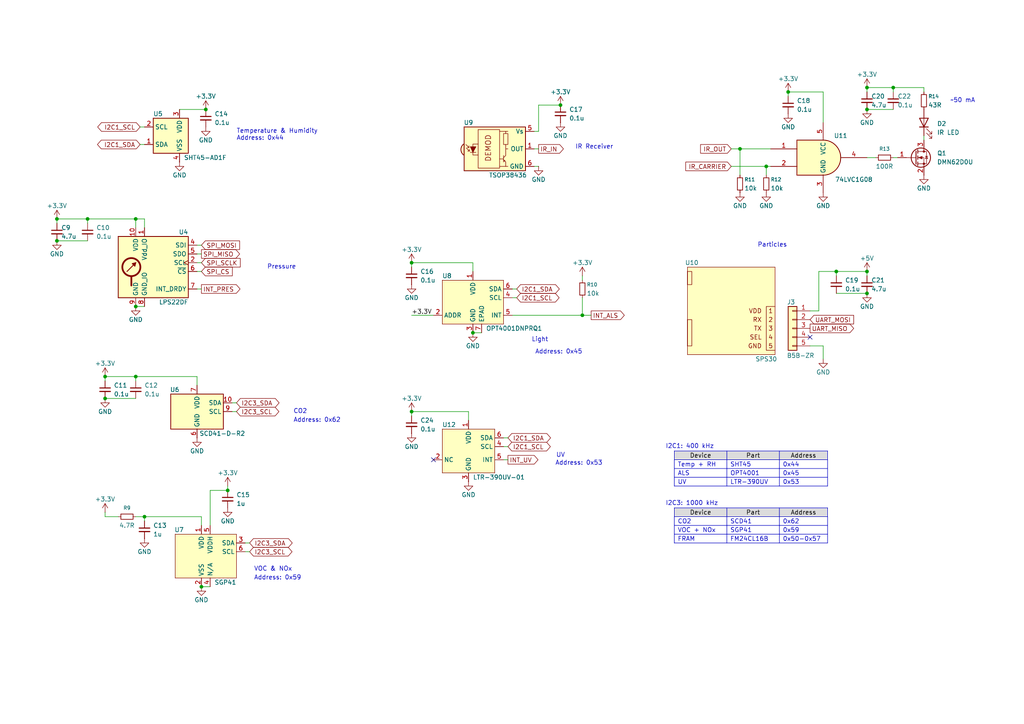
<source format=kicad_sch>
(kicad_sch (version 20250114) (generator "eeschema") (generator_version "9.0")
  (paper "A4")
  (lib_symbols
    (symbol "74xGxx:74LVC1G08"
      (property "Reference" "U" (at -5.08 7.62 0))
      (property "Value" "74LVC1G08" (at 7.62 -7.62 0))
      (symbol "74LVC1G08_0_1"
        (arc (start 0 5.08) (mid 5.0579 0) (end 0 -5.08) (stroke (width 0.254)) (fill (type background)))
        (polyline (pts (xy 0 -5.08) (xy -7.62 -5.08) (xy -7.62 5.08) (xy 0 5.08)) (stroke (width 0.254)) (fill (type background)))
      )
      (symbol "74LVC1G08_1_1"
        (pin input line (at -15.24 2.54 0) (length 7.62) (name "~") (number "1"))
        (pin input line (at -15.24 -2.54 0) (length 7.62) (name "~") (number "2"))
        (pin power_in line (at 0 10.16 270) (length 5.08) (name "VCC") (number "5"))
        (pin power_in line (at 0 -10.16 90) (length 5.08) (name "GND") (number "3"))
        (pin output line (at 12.7 0 180) (length 7.62) (name "~") (number "4"))
      )
    )
    (symbol "Connector_Generic:Conn_01x05" (pin_names (offset 1.016) (hide yes))
      (property "Reference" "J" (at 0 7.62 0))
      (property "Value" "Conn_01x05" (at 0 -7.62 0))
      (symbol "Conn_01x05_1_1"
        (rectangle (start -1.27 6.35) (end 1.27 -6.35) (stroke (width 0.254)) (fill (type background)))
        (rectangle (start -1.27 5.207) (end 0 4.953) (stroke (width 0.1524)))
        (rectangle (start -1.27 2.667) (end 0 2.413) (stroke (width 0.1524)))
        (rectangle (start -1.27 0.127) (end 0 -0.127) (stroke (width 0.1524)))
        (rectangle (start -1.27 -2.413) (end 0 -2.667) (stroke (width 0.1524)))
        (rectangle (start -1.27 -4.953) (end 0 -5.207) (stroke (width 0.1524)))
        (pin passive line (at -5.08 5.08 0) (length 3.81) (name "Pin_1") (number "1"))
        (pin passive line (at -5.08 2.54 0) (length 3.81) (name "Pin_2") (number "2"))
        (pin passive line (at -5.08 0 0) (length 3.81) (name "Pin_3") (number "3"))
        (pin passive line (at -5.08 -2.54 0) (length 3.81) (name "Pin_4") (number "4"))
        (pin passive line (at -5.08 -5.08 0) (length 3.81) (name "Pin_5") (number "5"))
      )
    )
    (symbol "DWlib:LTR-390UV-01"
      (property "Reference" "U" (at -7.62 7.62 0))
      (property "Value" "LTR-390UV-01" (at 0 0 0))
      (symbol "LTR-390UV-01_1_1"
        (rectangle (start -7.62 6.35) (end 7.62 -6.35) (fill (type background)))
        (pin passive line (at -10.16 -2.54 0) (length 2.54) (name "NC") (number "2"))
        (pin power_in line (at 0 8.89 270) (length 2.54) (name "VDD") (number "1"))
        (pin power_in line (at 0 -8.89 90) (length 2.54) (name "GND") (number "3"))
        (pin open_collector line (at 10.16 3.81 180) (length 2.54) (name "SDA") (number "6"))
        (pin open_collector line (at 10.16 1.27 180) (length 2.54) (name "SCL") (number "4"))
        (pin output line (at 10.16 -2.54 180) (length 2.54) (name "INT") (number "5"))
      )
    )
    (symbol "DWlib:OPT4001DNPRQ1"
      (property "Reference" "U" (at -8.382 7.366 0))
      (property "Value" "OPT4001DNPRQ1" (at 3.048 -7.62 0))
      (symbol "OPT4001DNPRQ1_1_1"
        (rectangle (start -8.89 6.35) (end 8.89 -6.35) (fill (type background)))
        (pin passive line (at -11.43 -3.81 0) (length 2.54) (name "ADDR") (number "2"))
        (pin power_in line (at 0 8.89 270) (length 2.54) (name "VDD") (number "1"))
        (pin power_in line (at 0 -8.89 90) (length 2.54) (name "GND") (number "3"))
        (pin passive line (at 2.54 -8.89 90) (length 2.54) (name "EPAD") (number "7"))
        (pin bidirectional line (at 11.43 3.81 180) (length 2.54) (name "SDA") (number "6"))
        (pin bidirectional line (at 11.43 1.27 180) (length 2.54) (name "SCL") (number "4"))
        (pin bidirectional line (at 11.43 -3.81 180) (length 2.54) (name "INT") (number "5"))
      )
    )
    (symbol "DWlib:SGP41"
      (property "Reference" "U" (at -8.382 7.366 0))
      (property "Value" "SGP41" (at 6.096 7.366 0))
      (symbol "SGP41_1_1"
        (rectangle (start -8.89 6.35) (end 8.89 -6.35) (fill (type background)))
        (pin power_in line (at -1.27 8.89 270) (length 2.54) (name "VDD") (number "1"))
        (pin power_in line (at -1.27 -8.89 90) (length 2.54) (name "VSS") (number "2"))
        (pin power_in line (at 1.27 8.89 270) (length 2.54) (name "VDDH") (number "5"))
        (pin passive line (at 1.27 -8.89 90) (length 2.54) (name "N/A") (number "4"))
        (pin bidirectional line (at 11.43 3.81 180) (length 2.54) (name "SDA") (number "3"))
        (pin bidirectional line (at 11.43 1.27 180) (length 2.54) (name "SCL") (number "6"))
      )
    )
    (symbol "DWlib:SPS30"
      (property "Reference" "U" (at -12.192 13.716 0))
      (property "Value" "SPS30" (at 9.906 13.716 0))
      (symbol "SPS30_0_1"
        (polyline (pts (xy 12.7 1.27) (xy 10.16 1.27) (xy 10.16 -11.43) (xy 12.7 -11.43)))
      )
      (symbol "SPS30_1_1"
        (rectangle (start -12.7 12.7) (end 12.7 -12.7) (fill (type background)))
        (rectangle (start -12.7 7.62) (end -11.43 11.43))
        (rectangle (start -12.7 -10.16) (end -11.43 -2.54))
        (text "VDD" (at 8.89 0 0) (effects (font (size 1.27 1.27)) (justify right)))
        (text "RX" (at 8.89 -2.54 0) (effects (font (size 1.27 1.27)) (justify right)))
        (text "TX" (at 8.89 -5.08 0) (effects (font (size 1.27 1.27)) (justify right)))
        (text "SEL" (at 8.89 -7.62 0) (effects (font (size 1.27 1.27)) (justify right)))
        (text "GND" (at 8.89 -10.16 0) (effects (font (size 1.27 1.27)) (justify right)))
        (text "1" (at 11.43 0 0) (effects (font (size 1.27 1.27))))
        (text "2" (at 11.43 -2.54 0) (effects (font (size 1.27 1.27))))
        (text "3" (at 11.43 -5.08 0) (effects (font (size 1.27 1.27))))
        (text "4" (at 11.43 -7.62 0) (effects (font (size 1.27 1.27))))
        (text "5" (at 11.43 -10.16 0) (effects (font (size 1.27 1.27))))
      )
    )
    (symbol "DWlib:TSOP374xx"
      (property "Reference" "U" (at -10.16 7.62 0))
      (property "Value" "TSOP374xx" (at -10.16 -7.62 0))
      (symbol "TSOP374xx_0_0"
        (arc (start -10.287 -1.778) (mid -11.0899 -0.1905) (end -10.287 1.397) (stroke (width 0.254)) (fill (type background)))
        (polyline (pts (xy 1.905 5.08) (xy 0.127 5.08)))
        (polyline (pts (xy 1.905 -5.08) (xy 0.127 -5.08)))
        (text "DEMOD" (at -3.175 0.254 900) (effects (font (size 1.524 1.524))))
      )
      (symbol "TSOP374xx_0_1"
        (polyline (pts (xy -8.763 0.381) (xy -9.652 1.27)))
        (polyline (pts (xy -8.763 0.381) (xy -9.271 0.381)))
        (polyline (pts (xy -8.763 0.381) (xy -8.763 0.889)))
        (polyline (pts (xy -8.636 -0.635) (xy -9.525 0.254)))
        (polyline (pts (xy -8.636 -0.635) (xy -9.144 -0.635)))
        (polyline (pts (xy -8.636 -0.635) (xy -8.636 -0.127)))
        (polyline (pts (xy -8.382 0.635) (xy -6.731 0.635) (xy -7.62 -1.016) (xy -8.382 0.635)) (fill (type outline)))
        (polyline (pts (xy -8.382 -1.016) (xy -6.731 -1.016)))
        (rectangle (start -6.096 5.588) (end 0.127 -5.588))
        (polyline (pts (xy -6.096 1.397) (xy -7.62 1.397) (xy -7.62 -1.778) (xy -6.096 -1.778)))
        (polyline (pts (xy 1.27 -1.905) (xy 1.27 -3.81)))
        (polyline (pts (xy 1.27 -2.54) (xy 1.905 -1.905) (xy 1.905 0) (xy 2.54 0)))
        (polyline (pts (xy 1.27 -2.921) (xy 0.127 -2.921)))
        (polyline (pts (xy 1.27 -3.175) (xy 1.905 -3.81) (xy 1.905 -5.08) (xy 2.54 -5.08)))
        (polyline (pts (xy 1.397 -3.556) (xy 1.524 -3.556)))
        (polyline (pts (xy 1.651 -3.556) (xy 1.524 -3.556)))
        (polyline (pts (xy 1.651 -3.556) (xy 1.651 -3.302)))
        (polyline (pts (xy 1.905 4.445) (xy 1.905 5.08) (xy 2.54 5.08)))
        (polyline (pts (xy 1.905 0) (xy 1.905 1.27)))
        (rectangle (start 2.54 1.27) (end 1.27 4.445))
        (rectangle (start 7.62 6.35) (end -10.16 -6.35) (stroke (width 0.254)) (fill (type background)))
      )
      (symbol "TSOP374xx_1_1"
        (pin power_in line (at 10.16 5.08 180) (length 2.54) (name "Vs") (number "5"))
        (pin output line (at 10.16 0 180) (length 2.54) (name "OUT") (number "1"))
        (pin power_in line (at 10.16 -5.08 180) (length 2.54) (name "GND") (number "6"))
        (pin power_in line (at 10.16 -5.08 180) (length 2.54) (hide yes) (name "GND") (number "8"))
      )
    )
    (symbol "Device:C_Small" (pin_numbers (hide yes)) (pin_names (offset 0.254) (hide yes))
      (property "Reference" "C" (at 0.254 1.778 0))
      (property "Value" "C_Small" (at 0.254 -2.032 0))
      (symbol "C_Small_0_1"
        (polyline (pts (xy -1.524 0.508) (xy 1.524 0.508)) (stroke (width 0.3048)))
        (polyline (pts (xy -1.524 -0.508) (xy 1.524 -0.508)) (stroke (width 0.3302)))
      )
      (symbol "C_Small_1_1"
        (pin passive line (at 0 2.54 270) (length 2.032) (name "~") (number "1"))
        (pin passive line (at 0 -2.54 90) (length 2.032) (name "~") (number "2"))
      )
    )
    (symbol "Device:LED" (pin_numbers (hide yes)) (pin_names (offset 1.016) (hide yes))
      (property "Reference" "D" (at 0 2.54 0))
      (property "Value" "LED" (at 0 -2.54 0))
      (symbol "LED_0_1"
        (polyline (pts (xy -3.048 -0.762) (xy -4.572 -2.286) (xy -3.81 -2.286) (xy -4.572 -2.286) (xy -4.572 -1.524)))
        (polyline (pts (xy -1.778 -0.762) (xy -3.302 -2.286) (xy -2.54 -2.286) (xy -3.302 -2.286) (xy -3.302 -1.524)))
        (polyline (pts (xy -1.27 0) (xy 1.27 0)))
        (polyline (pts (xy -1.27 -1.27) (xy -1.27 1.27)) (stroke (width 0.254)))
        (polyline (pts (xy 1.27 -1.27) (xy 1.27 1.27) (xy -1.27 0) (xy 1.27 -1.27)) (stroke (width 0.254)))
      )
      (symbol "LED_1_1"
        (pin passive line (at -3.81 0 0) (length 2.54) (name "K") (number "1"))
        (pin passive line (at 3.81 0 180) (length 2.54) (name "A") (number "2"))
      )
    )
    (symbol "Device:R_Small" (pin_numbers (hide yes)) (pin_names (offset 0.254) (hide yes))
      (property "Reference" "R" (at 0 0 90))
      (property "Value" "R_Small" (at 1.778 0 90))
      (symbol "R_Small_0_1"
        (rectangle (start -0.762 1.778) (end 0.762 -1.778) (stroke (width 0.2032)))
      )
      (symbol "R_Small_1_1"
        (pin passive line (at 0 2.54 270) (length 0.762) (name "~") (number "1"))
        (pin passive line (at 0 -2.54 90) (length 0.762) (name "~") (number "2"))
      )
    )
    (symbol "Sensor_Gas:SCD41-D-R2"
      (property "Reference" "U" (at -7.62 6.35 0))
      (property "Value" "SCD41-D-R2" (at 6.985 6.35 0))
      (symbol "SCD41-D-R2_0_1"
        (rectangle (start 7.62 5.08) (end -7.62 -5.08) (stroke (width 0.254)) (fill (type background)))
      )
      (symbol "SCD41-D-R2_1_1"
        (pin passive line (at 0 7.62 270) (length 2.54) (hide yes) (name "VDD") (number "19"))
        (pin power_in line (at 0 7.62 270) (length 2.54) (name "VDD") (number "7"))
        (pin passive line (at 0 -7.62 90) (length 2.54) (hide yes) (name "GND") (number "20"))
        (pin passive line (at 0 -7.62 90) (length 2.54) (hide yes) (name "GND") (number "21"))
        (pin power_in line (at 0 -7.62 90) (length 2.54) (name "GND") (number "6"))
        (pin bidirectional line (at 10.16 2.54 180) (length 2.54) (name "SDA") (number "10"))
        (pin input line (at 10.16 0 180) (length 2.54) (name "SCL") (number "9"))
      )
    )
    (symbol "Sensor_Humidity:SHT4x"
      (property "Reference" "U" (at 0 8.89 0))
      (property "Value" "SHT4x" (at 0 6.35 0))
      (symbol "SHT4x_1_1"
        (rectangle (start -5.08 5.08) (end 5.08 -5.08) (stroke (width 0.254)) (fill (type background)))
        (pin input line (at -7.62 2.54 0) (length 2.54) (name "SCL") (number "2"))
        (pin bidirectional line (at -7.62 -2.54 0) (length 2.54) (name "SDA") (number "1"))
        (pin power_in line (at 2.54 7.62 270) (length 2.54) (name "VDD") (number "3"))
        (pin power_in line (at 2.54 -7.62 90) (length 2.54) (name "VSS") (number "4"))
      )
    )
    (symbol "Sensor_Pressure:LPS22DF"
      (property "Reference" "U" (at -11.43 1.27 0))
      (property "Value" "LPS22DF" (at -11.176 -1.27 0))
      (symbol "LPS22DF_0_1"
        (rectangle (start -10.16 10.16) (end 10.16 -7.62) (stroke (width 0.254)) (fill (type background)))
        (polyline (pts (xy -7.62 0) (xy -5.08 2.54)) (stroke (width 0.254)))
        (circle (center -6.35 1.27) (radius 2.6162) (stroke (width 0.508)))
        (polyline (pts (xy -6.35 -1.524) (xy -6.35 -4.064)) (stroke (width 0.508)))
        (polyline (pts (xy -5.08 2.54) (xy -5.334 1.524) (xy -6.096 2.286) (xy -5.08 2.54)) (stroke (width 0.254)) (fill (type outline)))
      )
      (symbol "LPS22DF_1_1"
        (pin power_in line (at -5.08 12.7 270) (length 2.54) (name "VDD") (number "10"))
        (pin passive line (at -5.08 -10.16 90) (length 2.54) (hide yes) (name "GND") (number "3"))
        (pin power_in line (at -5.08 -10.16 90) (length 2.54) (name "GND") (number "9"))
        (pin power_in line (at -2.54 12.7 270) (length 2.54) (name "Vdd_IO") (number "1"))
        (pin power_in line (at -2.54 -10.16 90) (length 2.54) (name "GND_IO") (number "8"))
        (pin bidirectional line (at 12.7 7.62 180) (length 2.54) (name "SDA") (number "4") (alternate "SDI" input line))
        (pin input line (at 12.7 5.08 180) (length 2.54) (name "SA0") (number "5") (alternate "SDO" output line))
        (pin input clock (at 12.7 2.54 180) (length 2.54) (name "SCL") (number "2"))
        (pin input line (at 12.7 0 180) (length 2.54) (name "~{CS}") (number "6"))
        (pin output line (at 12.7 -5.08 180) (length 2.54) (name "INT_DRDY") (number "7"))
      )
    )
    (symbol "Transistor_FET:Q_NMOS_GSD" (pin_names (offset 0) (hide yes))
      (property "Reference" "Q" (at 5.08 1.905 0))
      (property "Value" "Q_NMOS_GSD" (at 5.08 0 0))
      (symbol "Q_NMOS_GSD_0_1"
        (polyline (pts (xy 0.254 1.905) (xy 0.254 -1.905)) (stroke (width 0.254)))
        (polyline (pts (xy 0.254 0) (xy -2.54 0)))
        (polyline (pts (xy 0.762 2.286) (xy 0.762 1.27)) (stroke (width 0.254)))
        (polyline (pts (xy 0.762 0.508) (xy 0.762 -0.508)) (stroke (width 0.254)))
        (polyline (pts (xy 0.762 -1.27) (xy 0.762 -2.286)) (stroke (width 0.254)))
        (polyline (pts (xy 0.762 -1.778) (xy 3.302 -1.778) (xy 3.302 1.778) (xy 0.762 1.778)))
        (polyline (pts (xy 1.016 0) (xy 2.032 0.381) (xy 2.032 -0.381) (xy 1.016 0)) (fill (type outline)))
        (circle (center 1.651 0) (radius 2.794) (stroke (width 0.254)))
        (polyline (pts (xy 2.54 2.54) (xy 2.54 1.778)))
        (circle (center 2.54 1.778) (radius 0.254) (fill (type outline)))
        (circle (center 2.54 -1.778) (radius 0.254) (fill (type outline)))
        (polyline (pts (xy 2.54 -2.54) (xy 2.54 0) (xy 0.762 0)))
        (polyline (pts (xy 2.921 0.381) (xy 3.683 0.381)))
        (polyline (pts (xy 3.302 0.381) (xy 2.921 -0.254) (xy 3.683 -0.254) (xy 3.302 0.381)))
      )
      (symbol "Q_NMOS_GSD_1_1"
        (pin input line (at -5.08 0 0) (length 2.54) (name "G") (number "1"))
        (pin passive line (at 2.54 5.08 270) (length 2.54) (name "D") (number "3"))
        (pin passive line (at 2.54 -5.08 90) (length 2.54) (name "S") (number "2"))
      )
    )
    (symbol "power:+3.3V" (power) (pin_numbers (hide yes)) (pin_names (offset 0) (hide yes))
      (property "Value" "+3.3V" (at 0 3.556 0))
      (symbol "+3.3V_0_1"
        (polyline (pts (xy -0.762 1.27) (xy 0 2.54)))
        (polyline (pts (xy 0 2.54) (xy 0.762 1.27)))
        (polyline (pts (xy 0 0) (xy 0 2.54)))
      )
      (symbol "+3.3V_1_1"
        (pin power_in line (at 0 0 90) (length 0) (name "~") (number "1"))
      )
    )
    (symbol "power:+5V" (power) (pin_numbers (hide yes)) (pin_names (offset 0) (hide yes))
      (property "Value" "+5V" (at 0 3.556 0))
      (symbol "+5V_0_1"
        (polyline (pts (xy -0.762 1.27) (xy 0 2.54)))
        (polyline (pts (xy 0 2.54) (xy 0.762 1.27)))
        (polyline (pts (xy 0 0) (xy 0 2.54)))
      )
      (symbol "+5V_1_1"
        (pin power_in line (at 0 0 90) (length 0) (name "~") (number "1"))
      )
    )
    (symbol "power:GND" (power) (pin_numbers (hide yes)) (pin_names (offset 0) (hide yes))
      (property "Value" "GND" (at 0 -3.81 0))
      (symbol "GND_0_1"
        (polyline (pts (xy 0 0) (xy 0 -1.27) (xy 1.27 -1.27) (xy 0 -2.54) (xy -1.27 -1.27) (xy 0 -1.27)))
      )
      (symbol "GND_1_1"
        (pin power_in line (at 0 0 270) (length 0) (name "~") (number "1"))
      )
    )
  )
  (text "Address: 0x53" (at 161.036 134.366 0) (effects (font (size 1.27 1.27)) (justify left)))
  (text "UV" (at 161.29 132.08 0) (effects (font (size 1.27 1.27)) (justify left)))
  (text "Address: 0x59" (at 73.66 167.64 0) (effects (font (size 1.27 1.27)) (justify left)))
  (text "VOC & NOx" (at 73.66 165.1 0) (effects (font (size 1.27 1.27)) (justify left)))
  (text "Address: 0x44" (at 68.58 40.132 0) (effects (font (size 1.27 1.27)) (justify left)))
  (text "Particles" (at 219.71 71.12 0) (effects (font (size 1.27 1.27)) (justify left)))
  (text "CO2" (at 85.09 119.38 0) (effects (font (size 1.27 1.27)) (justify left)))
  (text "Light" (at 154.178 98.552 0) (effects (font (size 1.27 1.27)) (justify left)))
  (text "Pressure" (at 77.47 77.47 0) (effects (font (size 1.27 1.27)) (justify left)))
  (text "I2C1: 400 kHz" (at 193.04 129.54 0) (effects (font (size 1.27 1.27)) (justify left)))
  (text "Address: 0x45" (at 155.194 102.108 0) (effects (font (size 1.27 1.27)) (justify left)))
  (text "I2C3: 1000 kHz" (at 193.04 146.05 0) (effects (font (size 1.27 1.27)) (justify left)))
  (text "~50 mA" (at 275.59 29.21 0) (effects (font (size 1.27 1.27)) (justify left)))
  (text "Temperature & Humidity" (at 68.58 38.1 0) (effects (font (size 1.27 1.27)) (justify left)))
  (text "Address: 0x62" (at 85.09 121.92 0) (effects (font (size 1.27 1.27)) (justify left)))
  (text "IR Receiver" (at 166.878 42.672 0) (effects (font (size 1.27 1.27)) (justify left)))
  (junction (at 222.25 48.26))
  (junction (at 242.57 78.74))
  (junction (at 39.37 88.9))
  (junction (at 228.6 26.67))
  (junction (at 119.38 119.38))
  (junction (at 39.37 109.22))
  (junction (at 214.63 43.18))
  (junction (at 119.38 76.2))
  (junction (at 41.91 149.86))
  (junction (at 259.08 25.4))
  (junction (at 66.04 142.24))
  (junction (at 251.46 85.09))
  (junction (at 30.48 109.22))
  (junction (at 30.48 115.57))
  (junction (at 16.51 63.5))
  (junction (at 39.37 63.5))
  (junction (at 251.46 31.75))
  (junction (at 58.42 170.18))
  (junction (at 168.91 91.44))
  (junction (at 16.51 69.85))
  (junction (at 251.46 78.74))
  (junction (at 162.56 30.48))
  (junction (at 137.16 96.52))
  (junction (at 251.46 25.4))
  (junction (at 59.69 31.75))
  (junction (at 25.4 63.5))
  (no_connect (at 234.95 97.79))
  (no_connect (at 125.73 133.35))
  (wire (pts (xy 58.42 78.74) (xy 57.15 78.74)))
  (wire (pts (xy 39.37 63.5) (xy 25.4 63.5)))
  (wire (pts (xy 30.48 110.49) (xy 30.48 109.22)))
  (wire (pts (xy 58.42 170.18) (xy 60.96 170.18)))
  (wire (pts (xy 259.08 25.4) (xy 259.08 26.67)))
  (wire (pts (xy 212.09 48.26) (xy 222.25 48.26)))
  (wire (pts (xy 41.91 63.5) (xy 39.37 63.5)))
  (wire (pts (xy 41.91 149.86) (xy 58.42 149.86)))
  (wire (pts (xy 57.15 111.76) (xy 57.15 109.22)))
  (wire (pts (xy 119.38 120.65) (xy 119.38 119.38)))
  (wire (pts (xy 119.38 77.47) (xy 119.38 76.2)))
  (wire (pts (xy 39.37 109.22) (xy 39.37 110.49)))
  (wire (pts (xy 260.35 45.72) (xy 259.08 45.72)))
  (wire (pts (xy 267.97 25.4) (xy 259.08 25.4)))
  (wire (pts (xy 242.57 78.74) (xy 242.57 80.01)))
  (wire (pts (xy 156.21 38.1) (xy 156.21 30.48)))
  (wire (pts (xy 149.86 83.82) (xy 148.59 83.82)))
  (wire (pts (xy 68.58 119.38) (xy 67.31 119.38)))
  (wire (pts (xy 60.96 142.24) (xy 66.04 142.24)))
  (wire (pts (xy 16.51 69.85) (xy 25.4 69.85)))
  (wire (pts (xy 135.89 119.38) (xy 119.38 119.38)))
  (wire (pts (xy 148.59 91.44) (xy 168.91 91.44)))
  (wire (pts (xy 25.4 63.5) (xy 16.51 63.5)))
  (wire (pts (xy 251.46 78.74) (xy 251.46 80.01)))
  (wire (pts (xy 40.64 36.83) (xy 41.91 36.83)))
  (wire (pts (xy 147.32 129.54) (xy 146.05 129.54)))
  (wire (pts (xy 25.4 63.5) (xy 25.4 64.77)))
  (wire (pts (xy 58.42 76.2) (xy 57.15 76.2)))
  (wire (pts (xy 238.76 26.67) (xy 228.6 26.67)))
  (wire (pts (xy 149.86 86.36) (xy 148.59 86.36)))
  (wire (pts (xy 156.21 48.26) (xy 154.94 48.26)))
  (wire (pts (xy 52.07 31.75) (xy 59.69 31.75)))
  (wire (pts (xy 30.48 115.57) (xy 39.37 115.57)))
  (wire (pts (xy 251.46 25.4) (xy 251.46 26.67)))
  (wire (pts (xy 68.58 116.84) (xy 67.31 116.84)))
  (wire (pts (xy 39.37 66.04) (xy 39.37 63.5)))
  (wire (pts (xy 72.39 157.48) (xy 71.12 157.48)))
  (wire (pts (xy 234.95 100.33) (xy 238.76 100.33)))
  (wire (pts (xy 168.91 91.44) (xy 171.45 91.44)))
  (wire (pts (xy 58.42 71.12) (xy 57.15 71.12)))
  (wire (pts (xy 168.91 86.36) (xy 168.91 91.44)))
  (wire (pts (xy 242.57 85.09) (xy 251.46 85.09)))
  (wire (pts (xy 72.39 160.02) (xy 71.12 160.02)))
  (wire (pts (xy 222.25 48.26) (xy 223.52 48.26)))
  (wire (pts (xy 30.48 149.86) (xy 34.29 149.86)))
  (wire (pts (xy 40.64 41.91) (xy 41.91 41.91)))
  (wire (pts (xy 214.63 43.18) (xy 214.63 50.8)))
  (wire (pts (xy 16.51 63.5) (xy 16.51 64.77)))
  (wire (pts (xy 147.32 133.35) (xy 146.05 133.35)))
  (wire (pts (xy 259.08 25.4) (xy 251.46 25.4)))
  (wire (pts (xy 58.42 149.86) (xy 58.42 152.4)))
  (wire (pts (xy 119.38 76.2) (xy 137.16 76.2)))
  (wire (pts (xy 168.91 81.28) (xy 168.91 80.01)))
  (wire (pts (xy 238.76 35.56) (xy 238.76 26.67)))
  (wire (pts (xy 251.46 45.72) (xy 254 45.72)))
  (wire (pts (xy 30.48 148.59) (xy 30.48 149.86)))
  (wire (pts (xy 39.37 109.22) (xy 30.48 109.22)))
  (wire (pts (xy 39.37 149.86) (xy 41.91 149.86)))
  (wire (pts (xy 237.49 90.17) (xy 237.49 78.74)))
  (wire (pts (xy 242.57 78.74) (xy 251.46 78.74)))
  (wire (pts (xy 58.42 83.82) (xy 57.15 83.82)))
  (wire (pts (xy 60.96 152.4) (xy 60.96 142.24)))
  (wire (pts (xy 137.16 96.52) (xy 139.7 96.52)))
  (wire (pts (xy 135.89 121.92) (xy 135.89 119.38)))
  (wire (pts (xy 147.32 127) (xy 146.05 127)))
  (wire (pts (xy 119.38 91.44) (xy 125.73 91.44)))
  (wire (pts (xy 41.91 149.86) (xy 41.91 151.13)))
  (wire (pts (xy 66.04 140.97) (xy 66.04 142.24)))
  (wire (pts (xy 214.63 43.18) (xy 223.52 43.18)))
  (wire (pts (xy 156.21 30.48) (xy 162.56 30.48)))
  (wire (pts (xy 251.46 31.75) (xy 259.08 31.75)))
  (wire (pts (xy 222.25 48.26) (xy 222.25 50.8)))
  (wire (pts (xy 234.95 90.17) (xy 237.49 90.17)))
  (wire (pts (xy 57.15 109.22) (xy 39.37 109.22)))
  (wire (pts (xy 39.37 88.9) (xy 41.91 88.9)))
  (wire (pts (xy 156.21 43.18) (xy 154.94 43.18)))
  (wire (pts (xy 212.09 43.18) (xy 214.63 43.18)))
  (wire (pts (xy 58.42 73.66) (xy 57.15 73.66)))
  (wire (pts (xy 154.94 38.1) (xy 156.21 38.1)))
  (wire (pts (xy 267.97 39.37) (xy 267.97 40.64)))
  (wire (pts (xy 41.91 66.04) (xy 41.91 63.5)))
  (wire (pts (xy 267.97 26.67) (xy 267.97 25.4)))
  (wire (pts (xy 228.6 26.67) (xy 228.6 27.94)))
  (wire (pts (xy 237.49 78.74) (xy 242.57 78.74)))
  (wire (pts (xy 137.16 76.2) (xy 137.16 78.74)))
  (wire (pts (xy 238.76 100.33) (xy 238.76 104.14)))
  (table (column_count 3) (border (external yes) (header yes)) (separators (rows yes) (cols yes)) (column_widths 15.24 15.24 13.97) (row_heights 2.54 2.54 2.54 2.54) (cells (table_cell "Device" (at 195.58 147.32 0) (size 15.24 2.54) (margins 0.9525 0.9525 0.9525 0.9525) (span 1 1) (fill (type color) (color 220 220 220 1))) (table_cell "Part" (at 210.82 147.32 0) (size 15.24 2.54) (margins 0.9525 0.9525 0.9525 0.9525) (span 1 1) (fill (type color) (color 220 220 220 1))) (table_cell "Address" (at 226.06 147.32 0) (size 13.97 2.54) (margins 0.9525 0.9525 0.9525 0.9525) (span 1 1) (fill (type color) (color 220 220 220 1))) (table_cell "CO2" (at 195.58 149.86 0) (size 15.24 2.54) (margins 0.9525 0.9525 0.9525 0.9525) (span 1 1)) (table_cell "SCD41" (at 210.82 149.86 0) (size 15.24 2.54) (margins 0.9525 0.9525 0.9525 0.9525) (span 1 1)) (table_cell "0x62" (at 226.06 149.86 0) (size 13.97 2.54) (margins 0.9525 0.9525 0.9525 0.9525) (span 1 1)) (table_cell "VOC + NOx" (at 195.58 152.4 0) (size 15.24 2.54) (margins 0.9525 0.9525 0.9525 0.9525) (span 1 1)) (table_cell "SGP41" (at 210.82 152.4 0) (size 15.24 2.54) (margins 0.9525 0.9525 0.9525 0.9525) (span 1 1)) (table_cell "0x59" (at 226.06 152.4 0) (size 13.97 2.54) (margins 0.9525 0.9525 0.9525 0.9525) (span 1 1)) (table_cell "FRAM" (at 195.58 154.94 0) (size 15.24 2.54) (margins 0.9525 0.9525 0.9525 0.9525) (span 1 1)) (table_cell "FM24CL16B" (at 210.82 154.94 0) (size 15.24 2.54) (margins 0.9525 0.9525 0.9525 0.9525) (span 1 1)) (table_cell "0x50-0x57" (at 226.06 154.94 0) (size 13.97 2.54) (margins 0.9525 0.9525 0.9525 0.9525) (span 1 1))))
  (table (column_count 3) (border (external yes) (header yes)) (separators (rows yes) (cols yes)) (column_widths 15.24 15.24 13.97) (row_heights 2.54 2.54 2.54 2.54) (cells (table_cell "Device" (at 195.58 130.81 0) (size 15.24 2.54) (margins 0.9525 0.9525 0.9525 0.9525) (span 1 1) (fill (type color) (color 220 220 220 1))) (table_cell "Part" (at 210.82 130.81 0) (size 15.24 2.54) (margins 0.9525 0.9525 0.9525 0.9525) (span 1 1) (fill (type color) (color 220 220 220 1))) (table_cell "Address" (at 226.06 130.81 0) (size 13.97 2.54) (margins 0.9525 0.9525 0.9525 0.9525) (span 1 1) (fill (type color) (color 220 220 220 1))) (table_cell "Temp + RH" (at 195.58 133.35 0) (size 15.24 2.54) (margins 0.9525 0.9525 0.9525 0.9525) (span 1 1)) (table_cell "SHT45" (at 210.82 133.35 0) (size 15.24 2.54) (margins 0.9525 0.9525 0.9525 0.9525) (span 1 1)) (table_cell "0x44" (at 226.06 133.35 0) (size 13.97 2.54) (margins 0.9525 0.9525 0.9525 0.9525) (span 1 1)) (table_cell "ALS" (at 195.58 135.89 0) (size 15.24 2.54) (margins 0.9525 0.9525 0.9525 0.9525) (span 1 1)) (table_cell "OPT4001" (at 210.82 135.89 0) (size 15.24 2.54) (margins 0.9525 0.9525 0.9525 0.9525) (span 1 1)) (table_cell "0x45" (at 226.06 135.89 0) (size 13.97 2.54) (margins 0.9525 0.9525 0.9525 0.9525) (span 1 1)) (table_cell "UV" (at 195.58 138.43 0) (size 15.24 2.54) (margins 0.9525 0.9525 0.9525 0.9525) (span 1 1)) (table_cell "LTR-390UV" (at 210.82 138.43 0) (size 15.24 2.54) (margins 0.9525 0.9525 0.9525 0.9525) (span 1 1)) (table_cell "0x53" (at 226.06 138.43 0) (size 13.97 2.54) (margins 0.9525 0.9525 0.9525 0.9525) (span 1 1))))
  (label "+3.3V" (at 119.38 91.44 0))
  (global_label "INT_PRES" (shape output) (at 58.42 83.82 0) (property "Intersheetrefs" "${INTERSHEET_REFS}" (at 70.1742 83.82 0) (effects (justify left))))
  (global_label "SPI_MISO" (shape output) (at 58.42 73.66 0) (property "Intersheetrefs" "${INTERSHEET_REFS}" (at 70.0533 73.66 0) (effects (justify left))))
  (global_label "I2C1_SDA" (shape bidirectional) (at 40.64 41.91 180) (property "Intersheetrefs" "${INTERSHEET_REFS}" (at 28.8253 41.91 0) (effects (justify right))))
  (global_label "SPI_CS" (shape input) (at 58.42 78.74 0) (property "Intersheetrefs" "${INTERSHEET_REFS}" (at 67.9366 78.74 0) (effects (justify left))))
  (global_label "UART_MOSI" (shape input) (at 234.95 92.71 0) (property "Intersheetrefs" "${INTERSHEET_REFS}" (at 248.1557 92.71 0) (effects (justify left))))
  (global_label "I2C3_SCL" (shape bidirectional) (at 72.39 160.02 0) (property "Intersheetrefs" "${INTERSHEET_REFS}" (at 85.2555 160.02 0) (effects (justify left))))
  (global_label "I2C1_SDA" (shape bidirectional) (at 147.32 127 0) (property "Intersheetrefs" "${INTERSHEET_REFS}" (at 159.1347 127 0) (effects (justify left))))
  (global_label "UART_MISO" (shape output) (at 234.95 95.25 0) (property "Intersheetrefs" "${INTERSHEET_REFS}" (at 248.1557 95.25 0) (effects (justify left))))
  (global_label "INT_ALS" (shape output) (at 171.45 91.44 0) (property "Intersheetrefs" "${INTERSHEET_REFS}" (at 181.6319 91.44 0) (effects (justify left))))
  (global_label "I2C3_SDA" (shape bidirectional) (at 72.39 157.48 0) (property "Intersheetrefs" "${INTERSHEET_REFS}" (at 85.316 157.48 0) (effects (justify left))))
  (global_label "IR_IN" (shape output) (at 156.21 43.18 0) (property "Intersheetrefs" "${INTERSHEET_REFS}" (at 163.9729 43.18 0) (effects (justify left))))
  (global_label "SPI_MOSI" (shape input) (at 58.42 71.12 0) (property "Intersheetrefs" "${INTERSHEET_REFS}" (at 70.0533 71.12 0) (effects (justify left))))
  (global_label "I2C3_SCL" (shape bidirectional) (at 68.58 119.38 0) (property "Intersheetrefs" "${INTERSHEET_REFS}" (at 81.4455 119.38 0) (effects (justify left))))
  (global_label "I2C1_SCL" (shape bidirectional) (at 40.64 36.83 180) (property "Intersheetrefs" "${INTERSHEET_REFS}" (at 27.7745 36.83 0) (effects (justify right))))
  (global_label "IR_CARRIER" (shape input) (at 212.09 48.26 180) (property "Intersheetrefs" "${INTERSHEET_REFS}" (at 198.34 48.26 0) (effects (justify right))))
  (global_label "SPI_SCLK" (shape input) (at 58.42 76.2 0) (property "Intersheetrefs" "${INTERSHEET_REFS}" (at 70.2347 76.2 0) (effects (justify left))))
  (global_label "IR_OUT" (shape input) (at 212.09 43.18 180) (property "Intersheetrefs" "${INTERSHEET_REFS}" (at 202.6338 43.18 0) (effects (justify right))))
  (global_label "I2C3_SDA" (shape bidirectional) (at 68.58 116.84 0) (property "Intersheetrefs" "${INTERSHEET_REFS}" (at 81.506 116.84 0) (effects (justify left))))
  (global_label "INT_UV" (shape output) (at 147.32 133.35 0) (property "Intersheetrefs" "${INTERSHEET_REFS}" (at 156.5948 133.35 0) (effects (justify left))))
  (global_label "I2C1_SCL" (shape bidirectional) (at 147.32 129.54 0) (property "Intersheetrefs" "${INTERSHEET_REFS}" (at 159.0742 129.54 0) (effects (justify left))))
  (global_label "I2C1_SCL" (shape bidirectional) (at 149.86 86.36 0) (property "Intersheetrefs" "${INTERSHEET_REFS}" (at 161.6142 86.36 0) (effects (justify left))))
  (global_label "I2C1_SDA" (shape bidirectional) (at 149.86 83.82 0) (property "Intersheetrefs" "${INTERSHEET_REFS}" (at 161.6747 83.82 0) (effects (justify left))))
  (symbol (lib_id "Device:LED") (at 267.97 35.56 90) (unit 1)
    (property "Reference" "D2" (at 271.78 35.8774 90) (effects (justify right)))
    (property "Value" "IR LED" (at 271.78 38.4174 90) (effects (justify right)))
    (property "Footprint" "DWlib:Osram_LED_SFH-4243" (effects (hide yes)))
    (property "Description" "Light emitting diode" (effects (hide yes)))
    (property "Sim.Pins" "1=K 2=A" (effects (hide yes)))
  )
  (symbol (lib_id "Device:C_Small") (at 39.37 113.03 0) (unit 1)
    (property "Reference" "C12" (at 41.91 111.7662 0) (effects (justify left)))
    (property "Value" "0.1u" (at 41.91 114.3062 0) (effects (justify left)))
    (property "Footprint" "Capacitor_SMD:C_0402_1005Metric" (effects (hide yes)))
    (property "Description" "Unpolarized capacitor, small symbol" (effects (hide yes)))
  )
  (symbol (lib_id "power:+3.3V") (at 16.51 63.5 0) (unit 1)
    (property "Reference" "#PWR026" (effects (hide yes)))
    (property "Value" "+3.3V" (at 16.51 59.69 0))
    (property "Description" "Power symbol creates a global label with name \"+3.3V\"" (effects (hide yes)))
  )
  (symbol (lib_id "Device:R_Small") (at 267.97 29.21 180) (unit 1)
    (property "Reference" "R14" (at 269.24 27.94 0) (effects (font (size 1.016 1.016)) (justify right)))
    (property "Value" "43R" (at 269.24 30.48 0) (effects (justify right)))
    (property "Footprint" "Resistor_SMD:R_0805_2012Metric" (effects (hide yes)))
    (property "Description" "Resistor, small symbol" (effects (hide yes)))
  )
  (symbol (lib_id "Device:C_Small") (at 251.46 82.55 0) (unit 1)
    (property "Reference" "C21" (at 252.73 81.28 0) (effects (justify left)))
    (property "Value" "4.7u" (at 252.73 83.82 0) (effects (justify left)))
    (property "Footprint" "Capacitor_SMD:C_0805_2012Metric" (effects (hide yes)))
    (property "Description" "Unpolarized capacitor, small symbol" (effects (hide yes)))
  )
  (symbol (lib_id "Sensor_Gas:SCD41-D-R2") (at 57.15 119.38 0) (unit 1)
    (property "Reference" "U6" (at 52.07 113.03 0) (effects (justify right)))
    (property "Value" "SCD41-D-R2" (at 71.12 125.73 0) (effects (justify right)))
    (property "Footprint" "Sensor:Sensirion_SCD4x-1EP_10.1x10.1mm_P1.25mm_EP4.8x4.8mm" (effects (hide yes)))
    (property "Datasheet" "https://sensirion.com/media/documents/E0F04247/631EF271/CD_DS_SCD40_SCD41_Datasheet_D1.pdf" (effects (hide yes)))
    (property "Description" "Photoacoustic CO2 sensor, 40 000 ppm, I2C, 2.4-5.5 V, High accuracy  400 - 5000 ppm" (effects (hide yes)))
    (property "MPN" "SCD41-D-R2" (effects (hide yes)))
    (property "Mouser PN" "403-SCD41-D-R2" (effects (hide yes)))
  )
  (symbol (lib_id "power:GND") (at 214.63 55.88 0) (unit 1)
    (property "Reference" "#PWR047" (effects (hide yes)))
    (property "Value" "GND" (at 214.63 59.69 0))
    (property "Description" "Power symbol creates a global label with name \"GND\" , ground" (effects (hide yes)))
  )
  (symbol (lib_id "Device:R_Small") (at 222.25 53.34 180) (unit 1)
    (property "Reference" "R12" (at 223.52 52.07 0) (effects (font (size 1.016 1.016)) (justify right)))
    (property "Value" "10k" (at 223.52 54.61 0) (effects (justify right)))
    (property "Footprint" "Resistor_SMD:R_0603_1608Metric" (effects (hide yes)))
    (property "Description" "Resistor, small symbol" (effects (hide yes)))
  )
  (symbol (lib_id "Device:C_Small") (at 251.46 29.21 0) (unit 1)
    (property "Reference" "C20" (at 252.73 27.94 0) (effects (justify left)))
    (property "Value" "4.7u" (at 252.73 30.48 0) (effects (justify left)))
    (property "Footprint" "Capacitor_SMD:C_0805_2012Metric" (effects (hide yes)))
    (property "Description" "Unpolarized capacitor, small symbol" (effects (hide yes)))
  )
  (symbol (lib_id "power:GND") (at 137.16 96.52 0) (unit 1)
    (property "Reference" "#PWR042" (effects (hide yes)))
    (property "Value" "GND" (at 137.16 100.33 0))
    (property "Description" "Power symbol creates a global label with name \"GND\" , ground" (effects (hide yes)))
  )
  (symbol (lib_id "74xGxx:74LVC1G08") (at 238.76 45.72 0) (unit 1)
    (property "Reference" "U11" (at 243.84 39.37 0))
    (property "Value" "74LVC1G08" (at 247.65 52.07 0))
    (property "Footprint" "Package_TO_SOT_SMD:SOT-23-5" (effects (hide yes)))
    (property "Datasheet" "https://www.ti.com/lit/ds/symlink/sn74lvc1g08.pdf" (effects (hide yes)))
    (property "Description" "Single AND Gate, Low-Voltage CMOS" (effects (hide yes)))
    (property "MPN" "SN74LVC1G08DBVR" (effects (hide yes)))
    (property "Mouser PN" "595-SN74LVC1G08DBVR" (effects (hide yes)))
  )
  (symbol (lib_id "power:+3.3V") (at 162.56 30.48 0) (unit 1)
    (property "Reference" "#PWR044" (effects (hide yes)))
    (property "Value" "+3.3V" (at 162.56 26.67 0))
    (property "Description" "Power symbol creates a global label with name \"+3.3V\"" (effects (hide yes)))
  )
  (symbol (lib_id "power:GND") (at 41.91 156.21 0) (unit 1)
    (property "Reference" "#PWR032" (effects (hide yes)))
    (property "Value" "GND" (at 41.91 160.02 0))
    (property "Description" "Power symbol creates a global label with name \"GND\" , ground" (effects (hide yes)))
  )
  (symbol (lib_id "DWlib:SGP41") (at 59.69 161.29 0) (unit 1)
    (property "Reference" "U7" (at 53.34 153.67 0) (effects (justify right)))
    (property "Value" "SGP41" (at 68.58 168.91 0) (effects (justify right)))
    (property "Footprint" "DWlib:Sensirion_DFN-6-1EP_2.44x2.44mm_P0.5mm_EP1.25x1.7mm_SGP4x" (effects (hide yes)))
    (property "Datasheet" "https://sensirion.com/media/documents/5FE8673C/61E96F50/Sensirion_Gas_Sensors_Datasheet_SGP41.pdf" (effects (hide yes)))
    (property "Description" "Air Quality Sensor for VOC and NOx Measurements" (effects (hide yes)))
    (property "MPN" "SGP41-D-R4" (effects (hide yes)))
    (property "Mouser PN" "403-SGP41-D-R4" (effects (hide yes)))
  )
  (symbol (lib_id "power:GND") (at 156.21 48.26 0) (unit 1)
    (property "Reference" "#PWR043" (effects (hide yes)))
    (property "Value" "GND" (at 156.21 52.07 0))
    (property "Description" "Power symbol creates a global label with name \"GND\" , ground" (effects (hide yes)))
  )
  (symbol (lib_id "power:GND") (at 119.38 125.73 0) (unit 1)
    (property "Reference" "#PWR060" (effects (hide yes)))
    (property "Value" "GND" (at 119.38 129.54 0))
    (property "Description" "Power symbol creates a global label with name \"GND\" , ground" (effects (hide yes)))
  )
  (symbol (lib_id "power:+3.3V") (at 168.91 80.01 0) (unit 1)
    (property "Reference" "#PWR046" (effects (hide yes)))
    (property "Value" "+3.3V" (at 168.91 76.2 0))
    (property "Description" "Power symbol creates a global label with name \"+3.3V\"" (effects (hide yes)))
  )
  (symbol (lib_id "Device:R_Small") (at 256.54 45.72 90) (unit 1)
    (property "Reference" "R13" (at 256.54 43.18 90) (effects (font (size 1.016 1.016))))
    (property "Value" "100R" (at 256.54 48.26 90))
    (property "Footprint" "Resistor_SMD:R_0603_1608Metric" (effects (hide yes)))
    (property "Description" "Resistor, small symbol" (effects (hide yes)))
  )
  (symbol (lib_id "power:GND") (at 57.15 127 0) (unit 1)
    (property "Reference" "#PWR034" (effects (hide yes)))
    (property "Value" "GND" (at 57.15 130.81 0))
    (property "Description" "Power symbol creates a global label with name \"GND\" , ground" (effects (hide yes)))
  )
  (symbol (lib_id "power:GND") (at 251.46 31.75 0) (unit 1)
    (property "Reference" "#PWR054" (effects (hide yes)))
    (property "Value" "GND" (at 251.46 35.56 0))
    (property "Description" "Power symbol creates a global label with name \"GND\" , ground" (effects (hide yes)))
  )
  (symbol (lib_id "Device:C_Small") (at 59.69 34.29 0) (unit 1)
    (property "Reference" "C14" (at 62.23 33.0262 0) (effects (justify left)))
    (property "Value" "0.1u" (at 62.23 35.5662 0) (effects (justify left)))
    (property "Footprint" "Capacitor_SMD:C_0402_1005Metric" (effects (hide yes)))
    (property "Description" "Unpolarized capacitor, small symbol" (effects (hide yes)))
  )
  (symbol (lib_id "Device:C_Small") (at 259.08 29.21 0) (unit 1)
    (property "Reference" "C22" (at 260.35 27.94 0) (effects (justify left)))
    (property "Value" "0.1u" (at 260.35 30.48 0) (effects (justify left)))
    (property "Footprint" "Capacitor_SMD:C_0402_1005Metric" (effects (hide yes)))
    (property "Description" "Unpolarized capacitor, small symbol" (effects (hide yes)))
  )
  (symbol (lib_id "Device:C_Small") (at 242.57 82.55 0) (unit 1)
    (property "Reference" "C19" (at 245.11 81.2862 0) (effects (justify left)))
    (property "Value" "0.1u" (at 245.11 83.8262 0) (effects (justify left)))
    (property "Footprint" "Capacitor_SMD:C_0402_1005Metric" (effects (hide yes)))
    (property "Description" "Unpolarized capacitor, small symbol" (effects (hide yes)))
  )
  (symbol (lib_id "power:GND") (at 162.56 35.56 0) (unit 1)
    (property "Reference" "#PWR045" (effects (hide yes)))
    (property "Value" "GND" (at 162.56 39.37 0))
    (property "Description" "Power symbol creates a global label with name \"GND\" , ground" (effects (hide yes)))
  )
  (symbol (lib_id "Device:R_Small") (at 36.83 149.86 90) (unit 1)
    (property "Reference" "R9" (at 36.83 147.32 90) (effects (font (size 1.016 1.016))))
    (property "Value" "4.7R" (at 36.83 152.4 90))
    (property "Footprint" "Resistor_SMD:R_0603_1608Metric" (effects (hide yes)))
    (property "Description" "Resistor, small symbol" (effects (hide yes)))
  )
  (symbol (lib_id "Device:C_Small") (at 41.91 153.67 0) (unit 1)
    (property "Reference" "C13" (at 44.45 152.4062 0) (effects (justify left)))
    (property "Value" "1u" (at 44.45 154.9462 0) (effects (justify left)))
    (property "Footprint" "Capacitor_SMD:C_0402_1005Metric" (effects (hide yes)))
    (property "Description" "Unpolarized capacitor, small symbol" (effects (hide yes)))
  )
  (symbol (lib_id "power:+3.3V") (at 228.6 26.67 0) (unit 1)
    (property "Reference" "#PWR049" (effects (hide yes)))
    (property "Value" "+3.3V" (at 228.6 22.86 0))
    (property "Description" "Power symbol creates a global label with name \"+3.3V\"" (effects (hide yes)))
  )
  (symbol (lib_id "power:GND") (at 52.07 46.99 0) (unit 1)
    (property "Reference" "#PWR033" (effects (hide yes)))
    (property "Value" "GND" (at 52.07 50.8 0))
    (property "Description" "Power symbol creates a global label with name \"GND\" , ground" (effects (hide yes)))
  )
  (symbol (lib_id "power:GND") (at 228.6 33.02 0) (unit 1)
    (property "Reference" "#PWR050" (effects (hide yes)))
    (property "Value" "GND" (at 228.6 36.83 0))
    (property "Description" "Power symbol creates a global label with name \"GND\" , ground" (effects (hide yes)))
  )
  (symbol (lib_id "power:GND") (at 58.42 170.18 0) (unit 1)
    (property "Reference" "#PWR035" (effects (hide yes)))
    (property "Value" "GND" (at 58.42 173.99 0))
    (property "Description" "Power symbol creates a global label with name \"GND\" , ground" (effects (hide yes)))
  )
  (symbol (lib_id "Device:C_Small") (at 162.56 33.02 0) (unit 1)
    (property "Reference" "C17" (at 165.1 31.7562 0) (effects (justify left)))
    (property "Value" "0.1u" (at 165.1 34.2962 0) (effects (justify left)))
    (property "Footprint" "Capacitor_SMD:C_0402_1005Metric" (effects (hide yes)))
    (property "Description" "Unpolarized capacitor, small symbol" (effects (hide yes)))
  )
  (symbol (lib_id "power:+3.3V") (at 59.69 31.75 0) (unit 1)
    (property "Reference" "#PWR036" (effects (hide yes)))
    (property "Value" "+3.3V" (at 59.69 27.94 0))
    (property "Description" "Power symbol creates a global label with name \"+3.3V\"" (effects (hide yes)))
  )
  (symbol (lib_id "power:GND") (at 238.76 55.88 0) (unit 1)
    (property "Reference" "#PWR051" (effects (hide yes)))
    (property "Value" "GND" (at 238.76 59.69 0))
    (property "Description" "Power symbol creates a global label with name \"GND\" , ground" (effects (hide yes)))
  )
  (symbol (lib_id "DWlib:LTR-390UV-01") (at 135.89 130.81 0) (unit 1)
    (property "Reference" "U12" (at 128.27 123.19 0) (effects (justify left)))
    (property "Value" "LTR-390UV-01" (at 137.16 138.43 0) (effects (justify left)))
    (property "Footprint" "DWlib:Liteon_LTR-390UV-01" (effects (hide yes)))
    (property "Datasheet" "https://optoelectronics.liteon.com/upload/download/DS86-2015-0004/LTR-390UV_Final_%20DS_V1%201.pdf" (effects (hide yes)))
    (property "Description" "Liteon UV and ambient light sensor, I2C" (effects (hide yes)))
    (property "MPN" "LTR-390UV-01" (effects (hide yes)))
    (property "Mouser PN" "859-LTR390UV01" (effects (hide yes)))
  )
  (symbol (lib_id "power:GND") (at 119.38 82.55 0) (unit 1)
    (property "Reference" "#PWR041" (effects (hide yes)))
    (property "Value" "GND" (at 119.38 86.36 0))
    (property "Description" "Power symbol creates a global label with name \"GND\" , ground" (effects (hide yes)))
  )
  (symbol (lib_id "power:GND") (at 39.37 88.9 0) (unit 1)
    (property "Reference" "#PWR031" (effects (hide yes)))
    (property "Value" "GND" (at 39.37 92.71 0))
    (property "Description" "Power symbol creates a global label with name \"GND\" , ground" (effects (hide yes)))
  )
  (symbol (lib_id "Transistor_FET:Q_NMOS_GSD") (at 265.43 45.72 0) (unit 1)
    (property "Reference" "Q1" (at 271.78 44.4499 0) (effects (justify left)))
    (property "Value" "DMN62D0U" (at 271.78 46.9899 0) (effects (justify left)))
    (property "Footprint" "Package_TO_SOT_SMD:SOT-23" (effects (hide yes)))
    (property "Description" "N-MOSFET transistor, gate/source/drain" (effects (hide yes)))
    (property "MPN" "DMN62D0U-7" (effects (hide yes)))
    (property "Mouser PN" "621-DMN62D0U-7" (effects (hide yes)))
  )
  (symbol (lib_id "Device:C_Small") (at 66.04 144.78 0) (unit 1)
    (property "Reference" "C15" (at 68.58 143.5162 0) (effects (justify left)))
    (property "Value" "1u" (at 68.58 146.0562 0) (effects (justify left)))
    (property "Footprint" "Capacitor_SMD:C_0402_1005Metric" (effects (hide yes)))
    (property "Description" "Unpolarized capacitor, small symbol" (effects (hide yes)))
  )
  (symbol (lib_id "power:GND") (at 222.25 55.88 0) (unit 1)
    (property "Reference" "#PWR048" (effects (hide yes)))
    (property "Value" "GND" (at 222.25 59.69 0))
    (property "Description" "Power symbol creates a global label with name \"GND\" , ground" (effects (hide yes)))
  )
  (symbol (lib_id "power:GND") (at 238.76 104.14 0) (unit 1)
    (property "Reference" "#PWR052" (effects (hide yes)))
    (property "Value" "GND" (at 238.76 107.95 0))
    (property "Description" "Power symbol creates a global label with name \"GND\" , ground" (effects (hide yes)))
  )
  (symbol (lib_id "Sensor_Pressure:LPS22DF") (at 44.45 78.74 0) (unit 1)
    (property "Reference" "U4" (at 54.61 67.31 0) (effects (justify right)))
    (property "Value" "LPS22DF" (at 54.61 87.63 0) (effects (justify right)))
    (property "Footprint" "DWlib:ST_HLGA-10L_2x2mm_P0.5mm_LayoutBorder3x2y" (effects (hide yes)))
    (property "Datasheet" "https://www.st.com/resource/en/datasheet/lps22df.pdf" (effects (hide yes)))
    (property "Description" "MEMS absolute pressure sensor, 260-1260 hPa, 1-200Hz ODR, 24bit, I2C/I3C/SPI interface, 2x2mm ST_HLGA-10L" (effects (hide yes)))
    (property "MPN" "LPS22DFTR" (effects (hide yes)))
    (property "Mouser PN" "511-LPS22DFTR" (effects (hide yes)))
    (pin "5" (alternate "SDO"))
    (pin "4" (alternate "SDI"))
  )
  (symbol (lib_id "power:+3.3V") (at 30.48 148.59 0) (unit 1)
    (property "Reference" "#PWR030" (effects (hide yes)))
    (property "Value" "+3.3V" (at 30.48 144.78 0))
    (property "Description" "Power symbol creates a global label with name \"+3.3V\"" (effects (hide yes)))
  )
  (symbol (lib_id "Device:R_Small") (at 214.63 53.34 180) (unit 1)
    (property "Reference" "R11" (at 215.9 52.07 0) (effects (font (size 1.016 1.016)) (justify right)))
    (property "Value" "10k" (at 215.9 54.61 0) (effects (justify right)))
    (property "Footprint" "Resistor_SMD:R_0603_1608Metric" (effects (hide yes)))
    (property "Description" "Resistor, small symbol" (effects (hide yes)))
  )
  (symbol (lib_id "power:+3.3V") (at 66.04 140.97 0) (unit 1)
    (property "Reference" "#PWR038" (effects (hide yes)))
    (property "Value" "+3.3V" (at 66.04 137.16 0))
    (property "Description" "Power symbol creates a global label with name \"+3.3V\"" (effects (hide yes)))
  )
  (symbol (lib_id "Sensor_Humidity:SHT4x") (at 49.53 39.37 0) (unit 1)
    (property "Reference" "U5" (at 44.45 33.02 0) (effects (justify left)))
    (property "Value" "SHT45-AD1F" (at 53.34 45.72 0) (effects (justify left)))
    (property "Footprint" "Sensor_Humidity:Sensirion_DFN-4_1.5x1.5mm_P0.8mm_SHT4x_NoCentralPad" (effects (hide yes)))
    (property "Datasheet" "https://sensirion.com/media/documents/33FD6951/624C4357/Datasheet_SHT4x.pdf" (effects (hide yes)))
    (property "Description" "Digital Humidity and Temperature Sensor, ±1%RH, ±0.1°C, I2C, 1.08-3.6V, 16bit, DFN-4" (effects (hide yes)))
    (property "MPN" "SHT45-AD1F-R2" (effects (hide yes)))
    (property "Mouser PN" "403-SHT45-AD1F-R2" (effects (hide yes)))
  )
  (symbol (lib_id "power:GND") (at 251.46 85.09 0) (unit 1)
    (property "Reference" "#PWR056" (effects (hide yes)))
    (property "Value" "GND" (at 251.46 88.9 0))
    (property "Description" "Power symbol creates a global label with name \"GND\" , ground" (effects (hide yes)))
  )
  (symbol (lib_id "power:+3.3V") (at 30.48 109.22 0) (unit 1)
    (property "Reference" "#PWR028" (effects (hide yes)))
    (property "Value" "+3.3V" (at 30.48 105.41 0))
    (property "Description" "Power symbol creates a global label with name \"+3.3V\"" (effects (hide yes)))
  )
  (symbol (lib_id "DWlib:OPT4001DNPRQ1") (at 137.16 87.63 0) (unit 1)
    (property "Reference" "U8" (at 128.27 80.01 0) (effects (justify left)))
    (property "Value" "OPT4001DNPRQ1" (at 140.97 95.25 0) (effects (justify left)))
    (property "Footprint" "DWlib:TI_USON-6-1EP_2x2mm_P0.5mm_EP0.65x1.35mm" (effects (hide yes)))
    (property "Datasheet" "https://www.ti.com/lit/ds/symlink/opt4001-q1.pdf" (effects (hide yes)))
    (property "Description" "High Speed, High Precision, Digital Ambient Light Sensor, USON-6" (effects (hide yes)))
    (property "MPN" "OPT4001DNPRQ1" (effects (hide yes)))
    (property "Mouser PN" "595-OPT4001DNPRQ1" (effects (hide yes)))
  )
  (symbol (lib_id "power:GND") (at 135.89 139.7 0) (unit 1)
    (property "Reference" "#PWR058" (effects (hide yes)))
    (property "Value" "GND" (at 135.89 143.51 0))
    (property "Description" "Power symbol creates a global label with name \"GND\" , ground" (effects (hide yes)))
  )
  (symbol (lib_id "DWlib:SPS30") (at 212.09 90.17 0) (unit 1)
    (property "Reference" "U10" (at 200.66 76.2 0))
    (property "Value" "SPS30" (at 222.25 104.14 0))
    (property "Footprint" "DWlib:Sensiron_SPS30" (effects (hide yes)))
    (property "Datasheet" "https://sensirion.com/media/documents/8600FF88/64A3B8D6/Sensirion_PM_Sensors_Datasheet_SPS30.pdf" (effects (hide yes)))
    (property "Description" "Particulate Matter Sensor for Air Quality Monitoring and Control" (effects (hide yes)))
    (property "MPN" "SPS30" (effects (hide yes)))
    (property "Mouser PN" "403-SPS30" (effects (hide yes)))
  )
  (symbol (lib_id "Device:C_Small") (at 119.38 123.19 0) (unit 1)
    (property "Reference" "C24" (at 121.92 121.9262 0) (effects (justify left)))
    (property "Value" "0.1u" (at 121.92 124.4662 0) (effects (justify left)))
    (property "Footprint" "Capacitor_SMD:C_0402_1005Metric" (effects (hide yes)))
    (property "Description" "Unpolarized capacitor, small symbol" (effects (hide yes)))
  )
  (symbol (lib_id "Device:C_Small") (at 228.6 30.48 0) (unit 1)
    (property "Reference" "C18" (at 231.14 29.2162 0) (effects (justify left)))
    (property "Value" "0.1u" (at 231.14 31.7562 0) (effects (justify left)))
    (property "Footprint" "Capacitor_SMD:C_0402_1005Metric" (effects (hide yes)))
    (property "Description" "Unpolarized capacitor, small symbol" (effects (hide yes)))
  )
  (symbol (lib_id "DWlib:TSOP374xx") (at 144.78 43.18 0) (unit 1)
    (property "Reference" "U9" (at 135.89 35.56 0))
    (property "Value" "TSOP38436" (at 147.32 50.8 0))
    (property "Footprint" "DWlib:Vishay_BELOBOG-4Pin" (effects (hide yes)))
    (property "Datasheet" "https://www.vishay.com/docs/82599/tsop372.pdf" (effects (hide yes)))
    (property "Description" "Photo Modules for PCM Remote Control Systems" (effects (hide yes)))
    (property "MPN" "TSOP37436TT1" (effects (hide yes)))
    (property "Mouser PN" "78-TSOP37436TT1" (effects (hide yes)))
  )
  (symbol (lib_id "Device:R_Small") (at 168.91 83.82 180) (unit 1)
    (property "Reference" "R10" (at 170.18 82.55 0) (effects (font (size 1.016 1.016)) (justify right)))
    (property "Value" "10k" (at 170.18 85.09 0) (effects (justify right)))
    (property "Footprint" "Resistor_SMD:R_0603_1608Metric" (effects (hide yes)))
    (property "Description" "Resistor, small symbol" (effects (hide yes)))
  )
  (symbol (lib_id "power:GND") (at 267.97 50.8 0) (unit 1)
    (property "Reference" "#PWR057" (effects (hide yes)))
    (property "Value" "GND" (at 267.97 54.61 0))
    (property "Description" "Power symbol creates a global label with name \"GND\" , ground" (effects (hide yes)))
  )
  (symbol (lib_id "power:+5V") (at 251.46 78.74 0) (unit 1)
    (property "Reference" "#PWR055" (effects (hide yes)))
    (property "Value" "+5V" (at 251.46 74.93 0))
    (property "Description" "Power symbol creates a global label with name \"+5V\"" (effects (hide yes)))
  )
  (symbol (lib_id "power:GND") (at 59.69 36.83 0) (unit 1)
    (property "Reference" "#PWR037" (effects (hide yes)))
    (property "Value" "GND" (at 59.69 40.64 0))
    (property "Description" "Power symbol creates a global label with name \"GND\" , ground" (effects (hide yes)))
  )
  (symbol (lib_id "power:+3.3V") (at 119.38 119.38 0) (unit 1)
    (property "Reference" "#PWR059" (effects (hide yes)))
    (property "Value" "+3.3V" (at 119.38 115.57 0))
    (property "Description" "Power symbol creates a global label with name \"+3.3V\"" (effects (hide yes)))
  )
  (symbol (lib_id "power:+3.3V") (at 119.38 76.2 0) (unit 1)
    (property "Reference" "#PWR040" (effects (hide yes)))
    (property "Value" "+3.3V" (at 119.38 72.39 0))
    (property "Description" "Power symbol creates a global label with name \"+3.3V\"" (effects (hide yes)))
  )
  (symbol (lib_id "power:GND") (at 30.48 115.57 0) (unit 1)
    (property "Reference" "#PWR029" (effects (hide yes)))
    (property "Value" "GND" (at 30.48 119.38 0))
    (property "Description" "Power symbol creates a global label with name \"GND\" , ground" (effects (hide yes)))
  )
  (symbol (lib_id "power:GND") (at 16.51 69.85 0) (unit 1)
    (property "Reference" "#PWR027" (effects (hide yes)))
    (property "Value" "GND" (at 16.51 73.66 0))
    (property "Description" "Power symbol creates a global label with name \"GND\" , ground" (effects (hide yes)))
  )
  (symbol (lib_id "power:+3.3V") (at 251.46 25.4 0) (unit 1)
    (property "Reference" "#PWR053" (effects (hide yes)))
    (property "Value" "+3.3V" (at 251.46 21.59 0))
    (property "Description" "Power symbol creates a global label with name \"+3.3V\"" (effects (hide yes)))
  )
  (symbol (lib_id "Connector_Generic:Conn_01x05") (at 229.87 95.25 0) (mirror y) (unit 1)
    (property "Reference" "J3" (at 230.632 87.63 0) (effects (justify left)))
    (property "Value" "B5B-ZR" (at 236.22 103.124 0) (effects (justify left)))
    (property "Footprint" "Connector_JST:JST_ZH_B5B-ZR_1x05_P1.50mm_Vertical" (effects (hide yes)))
    (property "Description" "Generic connector, single row, 01x05, script generated (kicad-library-utils/schlib/autogen/connector/)" (effects (hide yes)))
    (property "MPN" "B5B-ZR(LF)(SN)" (effects (hide yes)))
    (property "Mouser PN" "306-B5BZRLFSNP" (effects (hide yes)))
  )
  (symbol (lib_id "Device:C_Small") (at 119.38 80.01 0) (unit 1)
    (property "Reference" "C16" (at 121.92 78.7462 0) (effects (justify left)))
    (property "Value" "0.1u" (at 121.92 81.2862 0) (effects (justify left)))
    (property "Footprint" "Capacitor_SMD:C_0402_1005Metric" (effects (hide yes)))
    (property "Description" "Unpolarized capacitor, small symbol" (effects (hide yes)))
  )
  (symbol (lib_id "Device:C_Small") (at 16.51 67.31 0) (unit 1)
    (property "Reference" "C9" (at 17.78 66.04 0) (effects (justify left)))
    (property "Value" "4.7u" (at 17.78 68.58 0) (effects (justify left)))
    (property "Footprint" "Capacitor_SMD:C_0805_2012Metric" (effects (hide yes)))
    (property "Description" "Unpolarized capacitor, small symbol" (effects (hide yes)))
  )
  (symbol (lib_id "Device:C_Small") (at 30.48 113.03 0) (unit 1)
    (property "Reference" "C11" (at 33.02 111.7662 0) (effects (justify left)))
    (property "Value" "0.1u" (at 33.02 114.3062 0) (effects (justify left)))
    (property "Footprint" "Capacitor_SMD:C_0402_1005Metric" (effects (hide yes)))
    (property "Description" "Unpolarized capacitor, small symbol" (effects (hide yes)))
  )
  (symbol (lib_id "Device:C_Small") (at 25.4 67.31 0) (unit 1)
    (property "Reference" "C10" (at 27.94 66.0462 0) (effects (justify left)))
    (property "Value" "0.1u" (at 27.94 68.5862 0) (effects (justify left)))
    (property "Footprint" "Capacitor_SMD:C_0402_1005Metric" (effects (hide yes)))
    (property "Description" "Unpolarized capacitor, small symbol" (effects (hide yes)))
  )
  (symbol (lib_id "power:GND") (at 66.04 147.32 0) (unit 1)
    (property "Reference" "#PWR039" (effects (hide yes)))
    (property "Value" "GND" (at 66.04 151.13 0))
    (property "Description" "Power symbol creates a global label with name \"GND\" , ground" (effects (hide yes)))
  )
)
</source>
